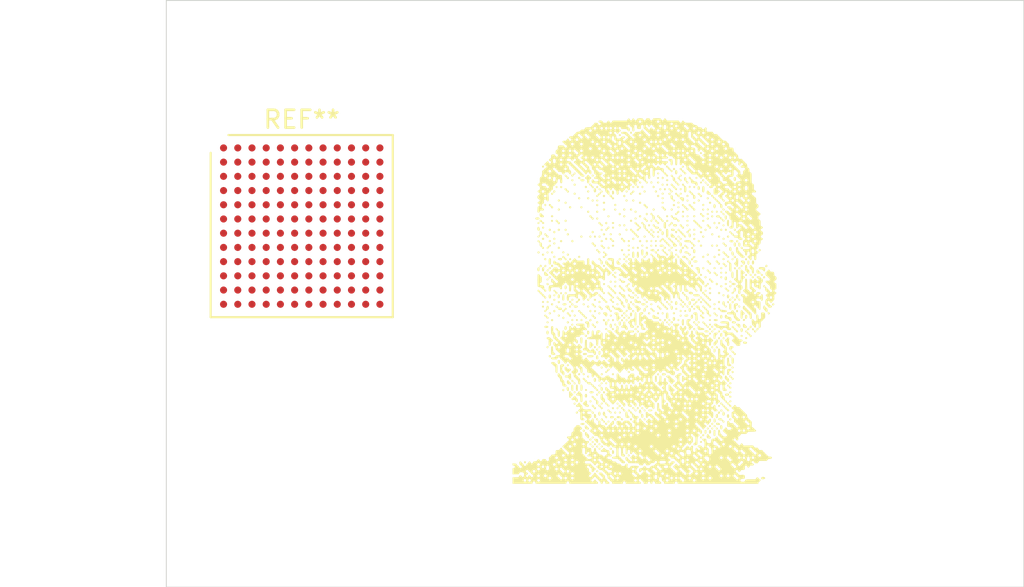
<source format=kicad_pcb>
(kicad_pcb (version 20171130) (host pcbnew "(5.1.8)-1")
  (layers (0 F.Cu signal) (31 B.Cu signal) (34 B.Paste user) (35 F.Paste user) (36 B.SilkS user) (37 F.SilkS user) (38 B.Mask user) (39 F.Mask user) (44 Edge.Cuts user))
  (net 0 "")
  (module Package_BGA:LFBGA-144_10x10mm_Layout12x12_P0.8mm (layer F.Cu) (at 114.3 99.06)
    (fp_text reference REF** (at 0 -6) (layer F.SilkS))
    (fp_text value LFBGA-144_10x10mm_Layout12x12_P0.8mm)
    (pad M12 smd circle (at 4.4 4.4) (size 0.4 0.4) (layers F.Cu F.Paste F.Mask))
    (pad M11 smd circle (at 3.6 4.4) (size 0.4 0.4) (layers F.Cu F.Paste F.Mask))
    (pad M10 smd circle (at 2.8 4.4) (size 0.4 0.4) (layers F.Cu F.Paste F.Mask))
    (pad M9 smd circle (at 2 4.4) (size 0.4 0.4) (layers F.Cu F.Paste F.Mask))
    (pad M8 smd circle (at 1.2 4.4) (size 0.4 0.4) (layers F.Cu F.Paste F.Mask))
    (pad M7 smd circle (at 0.4 4.4) (size 0.4 0.4) (layers F.Cu F.Paste F.Mask))
    (pad M6 smd circle (at -0.4 4.4) (size 0.4 0.4) (layers F.Cu F.Paste F.Mask))
    (pad M5 smd circle (at -1.2 4.4) (size 0.4 0.4) (layers F.Cu F.Paste F.Mask))
    (pad M4 smd circle (at -2 4.4) (size 0.4 0.4) (layers F.Cu F.Paste F.Mask))
    (pad M3 smd circle (at -2.8 4.4) (size 0.4 0.4) (layers F.Cu F.Paste F.Mask))
    (pad M2 smd circle (at -3.6 4.4) (size 0.4 0.4) (layers F.Cu F.Paste F.Mask))
    (pad M1 smd circle (at -4.4 4.4) (size 0.4 0.4) (layers F.Cu F.Paste F.Mask))
    (pad L12 smd circle (at 4.4 3.6) (size 0.4 0.4) (layers F.Cu F.Paste F.Mask))
    (pad L11 smd circle (at 3.6 3.6) (size 0.4 0.4) (layers F.Cu F.Paste F.Mask))
    (pad L10 smd circle (at 2.8 3.6) (size 0.4 0.4) (layers F.Cu F.Paste F.Mask))
    (pad L9 smd circle (at 2 3.6) (size 0.4 0.4) (layers F.Cu F.Paste F.Mask))
    (pad L8 smd circle (at 1.2 3.6) (size 0.4 0.4) (layers F.Cu F.Paste F.Mask))
    (pad L7 smd circle (at 0.4 3.6) (size 0.4 0.4) (layers F.Cu F.Paste F.Mask))
    (pad L6 smd circle (at -0.4 3.6) (size 0.4 0.4) (layers F.Cu F.Paste F.Mask))
    (pad L5 smd circle (at -1.2 3.6) (size 0.4 0.4) (layers F.Cu F.Paste F.Mask))
    (pad L4 smd circle (at -2 3.6) (size 0.4 0.4) (layers F.Cu F.Paste F.Mask))
    (pad L3 smd circle (at -2.8 3.6) (size 0.4 0.4) (layers F.Cu F.Paste F.Mask))
    (pad L2 smd circle (at -3.6 3.6) (size 0.4 0.4) (layers F.Cu F.Paste F.Mask))
    (pad L1 smd circle (at -4.4 3.6) (size 0.4 0.4) (layers F.Cu F.Paste F.Mask))
    (pad K12 smd circle (at 4.4 2.8) (size 0.4 0.4) (layers F.Cu F.Paste F.Mask))
    (pad K11 smd circle (at 3.6 2.8) (size 0.4 0.4) (layers F.Cu F.Paste F.Mask))
    (pad K10 smd circle (at 2.8 2.8) (size 0.4 0.4) (layers F.Cu F.Paste F.Mask))
    (pad K9 smd circle (at 2 2.8) (size 0.4 0.4) (layers F.Cu F.Paste F.Mask))
    (pad K8 smd circle (at 1.2 2.8) (size 0.4 0.4) (layers F.Cu F.Paste F.Mask))
    (pad K7 smd circle (at 0.4 2.8) (size 0.4 0.4) (layers F.Cu F.Paste F.Mask))
    (pad K6 smd circle (at -0.4 2.8) (size 0.4 0.4) (layers F.Cu F.Paste F.Mask))
    (pad K5 smd circle (at -1.2 2.8) (size 0.4 0.4) (layers F.Cu F.Paste F.Mask))
    (pad K4 smd circle (at -2 2.8) (size 0.4 0.4) (layers F.Cu F.Paste F.Mask))
    (pad K3 smd circle (at -2.8 2.8) (size 0.4 0.4) (layers F.Cu F.Paste F.Mask))
    (pad K2 smd circle (at -3.6 2.8) (size 0.4 0.4) (layers F.Cu F.Paste F.Mask))
    (pad K1 smd circle (at -4.4 2.8) (size 0.4 0.4) (layers F.Cu F.Paste F.Mask))
    (pad J12 smd circle (at 4.4 2) (size 0.4 0.4) (layers F.Cu F.Paste F.Mask))
    (pad J11 smd circle (at 3.6 2) (size 0.4 0.4) (layers F.Cu F.Paste F.Mask))
    (pad J10 smd circle (at 2.8 2) (size 0.4 0.4) (layers F.Cu F.Paste F.Mask))
    (pad J9 smd circle (at 2 2) (size 0.4 0.4) (layers F.Cu F.Paste F.Mask))
    (pad J8 smd circle (at 1.2 2) (size 0.4 0.4) (layers F.Cu F.Paste F.Mask))
    (pad J7 smd circle (at 0.4 2) (size 0.4 0.4) (layers F.Cu F.Paste F.Mask))
    (pad J6 smd circle (at -0.4 2) (size 0.4 0.4) (layers F.Cu F.Paste F.Mask))
    (pad J5 smd circle (at -1.2 2) (size 0.4 0.4) (layers F.Cu F.Paste F.Mask))
    (pad J4 smd circle (at -2 2) (size 0.4 0.4) (layers F.Cu F.Paste F.Mask))
    (pad J3 smd circle (at -2.8 2) (size 0.4 0.4) (layers F.Cu F.Paste F.Mask))
    (pad J2 smd circle (at -3.6 2) (size 0.4 0.4) (layers F.Cu F.Paste F.Mask))
    (pad J1 smd circle (at -4.4 2) (size 0.4 0.4) (layers F.Cu F.Paste F.Mask))
    (pad H12 smd circle (at 4.4 1.2) (size 0.4 0.4) (layers F.Cu F.Paste F.Mask))
    (pad H11 smd circle (at 3.6 1.2) (size 0.4 0.4) (layers F.Cu F.Paste F.Mask))
    (pad H10 smd circle (at 2.8 1.2) (size 0.4 0.4) (layers F.Cu F.Paste F.Mask))
    (pad H9 smd circle (at 2 1.2) (size 0.4 0.4) (layers F.Cu F.Paste F.Mask))
    (pad H8 smd circle (at 1.2 1.2) (size 0.4 0.4) (layers F.Cu F.Paste F.Mask))
    (pad H7 smd circle (at 0.4 1.2) (size 0.4 0.4) (layers F.Cu F.Paste F.Mask))
    (pad H6 smd circle (at -0.4 1.2) (size 0.4 0.4) (layers F.Cu F.Paste F.Mask))
    (pad H5 smd circle (at -1.2 1.2) (size 0.4 0.4) (layers F.Cu F.Paste F.Mask))
    (pad H4 smd circle (at -2 1.2) (size 0.4 0.4) (layers F.Cu F.Paste F.Mask))
    (pad H3 smd circle (at -2.8 1.2) (size 0.4 0.4) (layers F.Cu F.Paste F.Mask))
    (pad H2 smd circle (at -3.6 1.2) (size 0.4 0.4) (layers F.Cu F.Paste F.Mask))
    (pad H1 smd circle (at -4.4 1.2) (size 0.4 0.4) (layers F.Cu F.Paste F.Mask))
    (pad G12 smd circle (at 4.4 0.4) (size 0.4 0.4) (layers F.Cu F.Paste F.Mask))
    (pad G11 smd circle (at 3.6 0.4) (size 0.4 0.4) (layers F.Cu F.Paste F.Mask))
    (pad G10 smd circle (at 2.8 0.4) (size 0.4 0.4) (layers F.Cu F.Paste F.Mask))
    (pad G9 smd circle (at 2 0.4) (size 0.4 0.4) (layers F.Cu F.Paste F.Mask))
    (pad G8 smd circle (at 1.2 0.4) (size 0.4 0.4) (layers F.Cu F.Paste F.Mask))
    (pad G7 smd circle (at 0.4 0.4) (size 0.4 0.4) (layers F.Cu F.Paste F.Mask))
    (pad G6 smd circle (at -0.4 0.4) (size 0.4 0.4) (layers F.Cu F.Paste F.Mask))
    (pad G5 smd circle (at -1.2 0.4) (size 0.4 0.4) (layers F.Cu F.Paste F.Mask))
    (pad G4 smd circle (at -2 0.4) (size 0.4 0.4) (layers F.Cu F.Paste F.Mask))
    (pad G3 smd circle (at -2.8 0.4) (size 0.4 0.4) (layers F.Cu F.Paste F.Mask))
    (pad G2 smd circle (at -3.6 0.4) (size 0.4 0.4) (layers F.Cu F.Paste F.Mask))
    (pad G1 smd circle (at -4.4 0.4) (size 0.4 0.4) (layers F.Cu F.Paste F.Mask))
    (pad F12 smd circle (at 4.4 -0.4) (size 0.4 0.4) (layers F.Cu F.Paste F.Mask))
    (pad F11 smd circle (at 3.6 -0.4) (size 0.4 0.4) (layers F.Cu F.Paste F.Mask))
    (pad F10 smd circle (at 2.8 -0.4) (size 0.4 0.4) (layers F.Cu F.Paste F.Mask))
    (pad F9 smd circle (at 2 -0.4) (size 0.4 0.4) (layers F.Cu F.Paste F.Mask))
    (pad F8 smd circle (at 1.2 -0.4) (size 0.4 0.4) (layers F.Cu F.Paste F.Mask))
    (pad F7 smd circle (at 0.4 -0.4) (size 0.4 0.4) (layers F.Cu F.Paste F.Mask))
    (pad F6 smd circle (at -0.4 -0.4) (size 0.4 0.4) (layers F.Cu F.Paste F.Mask))
    (pad F5 smd circle (at -1.2 -0.4) (size 0.4 0.4) (layers F.Cu F.Paste F.Mask))
    (pad F4 smd circle (at -2 -0.4) (size 0.4 0.4) (layers F.Cu F.Paste F.Mask))
    (pad F3 smd circle (at -2.8 -0.4) (size 0.4 0.4) (layers F.Cu F.Paste F.Mask))
    (pad F2 smd circle (at -3.6 -0.4) (size 0.4 0.4) (layers F.Cu F.Paste F.Mask))
    (pad F1 smd circle (at -4.4 -0.4) (size 0.4 0.4) (layers F.Cu F.Paste F.Mask))
    (pad E12 smd circle (at 4.4 -1.2) (size 0.4 0.4) (layers F.Cu F.Paste F.Mask))
    (pad E11 smd circle (at 3.6 -1.2) (size 0.4 0.4) (layers F.Cu F.Paste F.Mask))
    (pad E10 smd circle (at 2.8 -1.2) (size 0.4 0.4) (layers F.Cu F.Paste F.Mask))
    (pad E9 smd circle (at 2 -1.2) (size 0.4 0.4) (layers F.Cu F.Paste F.Mask))
    (pad E8 smd circle (at 1.2 -1.2) (size 0.4 0.4) (layers F.Cu F.Paste F.Mask))
    (pad E7 smd circle (at 0.4 -1.2) (size 0.4 0.4) (layers F.Cu F.Paste F.Mask))
    (pad E6 smd circle (at -0.4 -1.2) (size 0.4 0.4) (layers F.Cu F.Paste F.Mask))
    (pad E5 smd circle (at -1.2 -1.2) (size 0.4 0.4) (layers F.Cu F.Paste F.Mask))
    (pad E4 smd circle (at -2 -1.2) (size 0.4 0.4) (layers F.Cu F.Paste F.Mask))
    (pad E3 smd circle (at -2.8 -1.2) (size 0.4 0.4) (layers F.Cu F.Paste F.Mask))
    (pad E2 smd circle (at -3.6 -1.2) (size 0.4 0.4) (layers F.Cu F.Paste F.Mask))
    (pad E1 smd circle (at -4.4 -1.2) (size 0.4 0.4) (layers F.Cu F.Paste F.Mask))
    (pad D12 smd circle (at 4.4 -2) (size 0.4 0.4) (layers F.Cu F.Paste F.Mask))
    (pad D11 smd circle (at 3.6 -2) (size 0.4 0.4) (layers F.Cu F.Paste F.Mask))
    (pad D10 smd circle (at 2.8 -2) (size 0.4 0.4) (layers F.Cu F.Paste F.Mask))
    (pad D9 smd circle (at 2 -2) (size 0.4 0.4) (layers F.Cu F.Paste F.Mask))
    (pad D8 smd circle (at 1.2 -2) (size 0.4 0.4) (layers F.Cu F.Paste F.Mask))
    (pad D7 smd circle (at 0.4 -2) (size 0.4 0.4) (layers F.Cu F.Paste F.Mask))
    (pad D6 smd circle (at -0.4 -2) (size 0.4 0.4) (layers F.Cu F.Paste F.Mask))
    (pad D5 smd circle (at -1.2 -2) (size 0.4 0.4) (layers F.Cu F.Paste F.Mask))
    (pad D4 smd circle (at -2 -2) (size 0.4 0.4) (layers F.Cu F.Paste F.Mask))
    (pad D3 smd circle (at -2.8 -2) (size 0.4 0.4) (layers F.Cu F.Paste F.Mask))
    (pad D2 smd circle (at -3.6 -2) (size 0.4 0.4) (layers F.Cu F.Paste F.Mask))
    (pad D1 smd circle (at -4.4 -2) (size 0.4 0.4) (layers F.Cu F.Paste F.Mask))
    (pad C12 smd circle (at 4.4 -2.8) (size 0.4 0.4) (layers F.Cu F.Paste F.Mask))
    (pad C11 smd circle (at 3.6 -2.8) (size 0.4 0.4) (layers F.Cu F.Paste F.Mask))
    (pad C10 smd circle (at 2.8 -2.8) (size 0.4 0.4) (layers F.Cu F.Paste F.Mask))
    (pad C9 smd circle (at 2 -2.8) (size 0.4 0.4) (layers F.Cu F.Paste F.Mask))
    (pad C8 smd circle (at 1.2 -2.8) (size 0.4 0.4) (layers F.Cu F.Paste F.Mask))
    (pad C7 smd circle (at 0.4 -2.8) (size 0.4 0.4) (layers F.Cu F.Paste F.Mask))
    (pad C6 smd circle (at -0.4 -2.8) (size 0.4 0.4) (layers F.Cu F.Paste F.Mask))
    (pad C5 smd circle (at -1.2 -2.8) (size 0.4 0.4) (layers F.Cu F.Paste F.Mask))
    (pad C4 smd circle (at -2 -2.8) (size 0.4 0.4) (layers F.Cu F.Paste F.Mask))
    (pad C3 smd circle (at -2.8 -2.8) (size 0.4 0.4) (layers F.Cu F.Paste F.Mask))
    (pad C2 smd circle (at -3.6 -2.8) (size 0.4 0.4) (layers F.Cu F.Paste F.Mask))
    (pad C1 smd circle (at -4.4 -2.8) (size 0.4 0.4) (layers F.Cu F.Paste F.Mask))
    (pad B12 smd circle (at 4.4 -3.6) (size 0.4 0.4) (layers F.Cu F.Paste F.Mask))
    (pad B11 smd circle (at 3.6 -3.6) (size 0.4 0.4) (layers F.Cu F.Paste F.Mask))
    (pad B10 smd circle (at 2.8 -3.6) (size 0.4 0.4) (layers F.Cu F.Paste F.Mask))
    (pad B9 smd circle (at 2 -3.6) (size 0.4 0.4) (layers F.Cu F.Paste F.Mask))
    (pad B8 smd circle (at 1.2 -3.6) (size 0.4 0.4) (layers F.Cu F.Paste F.Mask))
    (pad B7 smd circle (at 0.4 -3.6) (size 0.4 0.4) (layers F.Cu F.Paste F.Mask))
    (pad B6 smd circle (at -0.4 -3.6) (size 0.4 0.4) (layers F.Cu F.Paste F.Mask))
    (pad B5 smd circle (at -1.2 -3.6) (size 0.4 0.4) (layers F.Cu F.Paste F.Mask))
    (pad B4 smd circle (at -2 -3.6) (size 0.4 0.4) (layers F.Cu F.Paste F.Mask))
    (pad B3 smd circle (at -2.8 -3.6) (size 0.4 0.4) (layers F.Cu F.Paste F.Mask))
    (pad B2 smd circle (at -3.6 -3.6) (size 0.4 0.4) (layers F.Cu F.Paste F.Mask))
    (pad B1 smd circle (at -4.4 -3.6) (size 0.4 0.4) (layers F.Cu F.Paste F.Mask))
    (pad A12 smd circle (at 4.4 -4.4) (size 0.4 0.4) (layers F.Cu F.Paste F.Mask))
    (pad A11 smd circle (at 3.6 -4.4) (size 0.4 0.4) (layers F.Cu F.Paste F.Mask))
    (pad A10 smd circle (at 2.8 -4.4) (size 0.4 0.4) (layers F.Cu F.Paste F.Mask))
    (pad A9 smd circle (at 2 -4.4) (size 0.4 0.4) (layers F.Cu F.Paste F.Mask))
    (pad A8 smd circle (at 1.2 -4.4) (size 0.4 0.4) (layers F.Cu F.Paste F.Mask))
    (pad A7 smd circle (at 0.4 -4.4) (size 0.4 0.4) (layers F.Cu F.Paste F.Mask))
    (pad A6 smd circle (at -0.4 -4.4) (size 0.4 0.4) (layers F.Cu F.Paste F.Mask))
    (pad A5 smd circle (at -1.2 -4.4) (size 0.4 0.4) (layers F.Cu F.Paste F.Mask))
    (pad A4 smd circle (at -2 -4.4) (size 0.4 0.4) (layers F.Cu F.Paste F.Mask))
    (pad A3 smd circle (at -2.8 -4.4) (size 0.4 0.4) (layers F.Cu F.Paste F.Mask))
    (pad A2 smd circle (at -3.6 -4.4) (size 0.4 0.4) (layers F.Cu F.Paste F.Mask))
    (pad A1 smd circle (at -4.4 -4.4) (size 0.4 0.4) (layers F.Cu F.Paste F.Mask))
  )
  (module Gagarin01:Gagarin_slk (layer F.Cu) (at 134.23138 102.76332)
    (fp_text reference G*** hide)
    (fp_text value LOGO hide)
  )
  (gr_line (start 106.68 119.38) (end 106.68 86.36) (layer Edge.Cuts) (width 0.05))
  (gr_line (start 154.94 119.38) (end 106.68 119.38) (layer Edge.Cuts) (width 0.05))
  (gr_line (start 154.94 86.36) (end 154.94 119.38) (layer Edge.Cuts) (width 0.05))
  (gr_line (start 106.68 86.36) (end 154.94 86.36) (layer Edge.Cuts) (width 0.05))
)
</source>
